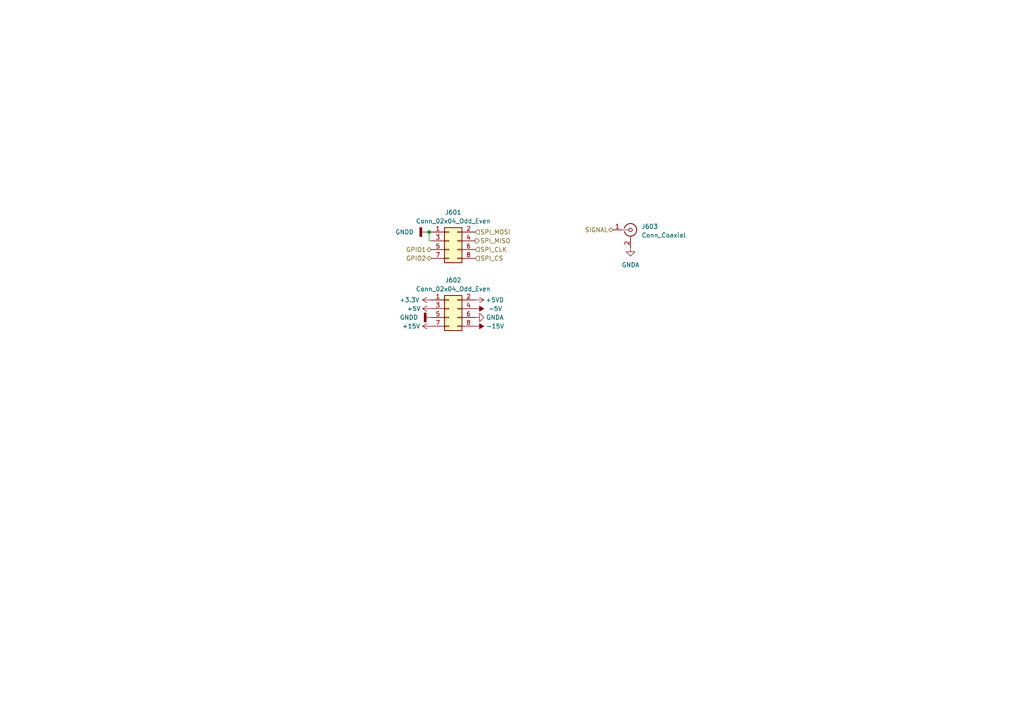
<source format=kicad_sch>
(kicad_sch (version 20230121) (generator eeschema)
  (paper "A4")
  (lib_symbols
    (symbol "Connector:Conn_Coaxial" (pin_names (offset 1.016) hide)
      (property "Reference" "J" (at 0.254 3.048 0))
      (property "Value" "Conn_Coaxial" (at 2.921 0 90))
      (symbol "Conn_Coaxial_0_1"
        (arc (start -1.778 -0.508) (mid 0.2311 -1.8066) (end 1.778 0) (stroke (width 0.254)))
        (polyline (pts (xy -2.54 0) (xy -0.508 0)))
        (polyline (pts (xy 0 -2.54) (xy 0 -1.778)))
        (circle (center 0 0) (radius 0.508) (stroke (width 0.2032)))
        (arc (start 1.778 0) (mid 0.2099 1.8101) (end -1.778 0.508) (stroke (width 0.254)))
      )
      (symbol "Conn_Coaxial_1_1"
        (pin passive line (at -5.08 0 0) (length 2.54) (name "In") (number "1"))
        (pin passive line (at 0 -5.08 90) (length 2.54) (name "Ext") (number "2"))
      )
    )
    (symbol "Connector_Generic:Conn_02x04_Odd_Even" (pin_names (offset 1.016) hide)
      (property "Reference" "J" (at 1.27 5.08 0))
      (property "Value" "Conn_02x04_Odd_Even" (at 1.27 -7.62 0))
      (symbol "Conn_02x04_Odd_Even_1_1"
        (rectangle (start -1.27 -4.953) (end 0 -5.207) (stroke (width 0.1524)))
        (rectangle (start -1.27 -2.413) (end 0 -2.667) (stroke (width 0.1524)))
        (rectangle (start -1.27 0.127) (end 0 -0.127) (stroke (width 0.1524)))
        (rectangle (start -1.27 2.667) (end 0 2.413) (stroke (width 0.1524)))
        (rectangle (start -1.27 3.81) (end 3.81 -6.35) (stroke (width 0.254)) (fill (type background)))
        (rectangle (start 3.81 -4.953) (end 2.54 -5.207) (stroke (width 0.1524)))
        (rectangle (start 3.81 -2.413) (end 2.54 -2.667) (stroke (width 0.1524)))
        (rectangle (start 3.81 0.127) (end 2.54 -0.127) (stroke (width 0.1524)))
        (rectangle (start 3.81 2.667) (end 2.54 2.413) (stroke (width 0.1524)))
        (pin passive line (at -5.08 2.54 0) (length 3.81) (name "Pin_1") (number "1"))
        (pin passive line (at 7.62 2.54 180) (length 3.81) (name "Pin_2") (number "2"))
        (pin passive line (at -5.08 0 0) (length 3.81) (name "Pin_3") (number "3"))
        (pin passive line (at 7.62 0 180) (length 3.81) (name "Pin_4") (number "4"))
        (pin passive line (at -5.08 -2.54 0) (length 3.81) (name "Pin_5") (number "5"))
        (pin passive line (at 7.62 -2.54 180) (length 3.81) (name "Pin_6") (number "6"))
        (pin passive line (at -5.08 -5.08 0) (length 3.81) (name "Pin_7") (number "7"))
        (pin passive line (at 7.62 -5.08 180) (length 3.81) (name "Pin_8") (number "8"))
      )
    )
    (symbol "power:+15V" (power) (pin_names (offset 0))
      (property "Value" "+15V" (at 0 3.556 0))
      (symbol "+15V_0_1"
        (polyline (pts (xy -0.762 1.27) (xy 0 2.54)))
        (polyline (pts (xy 0 0) (xy 0 2.54)))
        (polyline (pts (xy 0 2.54) (xy 0.762 1.27)))
      )
      (symbol "+15V_1_1"
        (pin power_in line (at 0 0 90) (length 0) hide (name "+15V") (number "1"))
      )
    )
    (symbol "power:+3.3V" (power) (pin_names (offset 0))
      (property "Value" "+3.3V" (at 0 3.556 0))
      (symbol "+3.3V_0_1"
        (polyline (pts (xy -0.762 1.27) (xy 0 2.54)))
        (polyline (pts (xy 0 0) (xy 0 2.54)))
        (polyline (pts (xy 0 2.54) (xy 0.762 1.27)))
      )
      (symbol "+3.3V_1_1"
        (pin power_in line (at 0 0 90) (length 0) hide (name "+3.3V") (number "1"))
      )
    )
    (symbol "power:+5V" (power) (pin_names (offset 0))
      (property "Value" "+5V" (at 0 3.556 0))
      (symbol "+5V_0_1"
        (polyline (pts (xy -0.762 1.27) (xy 0 2.54)))
        (polyline (pts (xy 0 0) (xy 0 2.54)))
        (polyline (pts (xy 0 2.54) (xy 0.762 1.27)))
      )
      (symbol "+5V_1_1"
        (pin power_in line (at 0 0 90) (length 0) hide (name "+5V") (number "1"))
      )
    )
    (symbol "power:+5VD" (power) (pin_names (offset 0))
      (property "Value" "+5VD" (at 0 3.556 0))
      (symbol "+5VD_0_1"
        (polyline (pts (xy -0.762 1.27) (xy 0 2.54)))
        (polyline (pts (xy 0 0) (xy 0 2.54)))
        (polyline (pts (xy 0 2.54) (xy 0.762 1.27)))
      )
      (symbol "+5VD_1_1"
        (pin power_in line (at 0 0 90) (length 0) hide (name "+5VD") (number "1"))
      )
    )
    (symbol "power:-15V" (power) (pin_names (offset 0))
      (property "Value" "-15V" (at 0 3.81 0))
      (symbol "-15V_0_0"
        (pin power_in line (at 0 0 90) (length 0) hide (name "-15V") (number "1"))
      )
      (symbol "-15V_0_1"
        (polyline (pts (xy 0 0) (xy 0 1.27) (xy 0.762 1.27) (xy 0 2.54) (xy -0.762 1.27) (xy 0 1.27)) (fill (type outline)))
      )
    )
    (symbol "power:-5V" (power) (pin_names (offset 0))
      (property "Value" "-5V" (at 0 3.81 0))
      (symbol "-5V_0_0"
        (pin power_in line (at 0 0 90) (length 0) hide (name "-5V") (number "1"))
      )
      (symbol "-5V_0_1"
        (polyline (pts (xy 0 0) (xy 0 1.27) (xy 0.762 1.27) (xy 0 2.54) (xy -0.762 1.27) (xy 0 1.27)) (fill (type outline)))
      )
    )
    (symbol "power:GNDA" (power) (pin_names (offset 0))
      (property "Value" "GNDA" (at 0 -3.81 0))
      (symbol "GNDA_0_1"
        (polyline (pts (xy 0 0) (xy 0 -1.27) (xy 1.27 -1.27) (xy 0 -2.54) (xy -1.27 -1.27) (xy 0 -1.27)))
      )
      (symbol "GNDA_1_1"
        (pin power_in line (at 0 0 270) (length 0) hide (name "GNDA") (number "1"))
      )
    )
    (symbol "power:GNDD" (power) (pin_names (offset 0))
      (property "Value" "GNDD" (at 0 -3.175 0))
      (symbol "GNDD_0_1"
        (rectangle (start -1.27 -1.524) (end 1.27 -2.032) (stroke (width 0.254)) (fill (type outline)))
        (polyline (pts (xy 0 0) (xy 0 -1.524)))
      )
      (symbol "GNDD_1_1"
        (pin power_in line (at 0 0 270) (length 0) hide (name "GNDD") (number "1"))
      )
    )
  )
  (junction (at 124.46 67.31))
  (wire (pts (xy 124.46 67.31) (xy 125.095 67.31)))
  (wire (pts (xy 124.46 69.85) (xy 125.095 69.85)))
  (wire (pts (xy 124.46 67.31) (xy 124.46 69.85)))
  (wire (pts (xy 123.825 67.31) (xy 124.46 67.31)))
  (hierarchical_label "SPI_MISO" (shape output) (at 137.795 69.85 0))
  (hierarchical_label "GPIO1" (shape bidirectional) (at 125.095 72.39 180))
  (hierarchical_label "SPI_CLK" (shape input) (at 137.795 72.39 0))
  (hierarchical_label "GPIO2" (shape bidirectional) (at 125.095 74.93 180))
  (hierarchical_label "SPI_CS" (shape input) (at 137.795 74.93 0))
  (hierarchical_label "SPI_MOSI" (shape input) (at 137.795 67.31 0))
  (hierarchical_label "SIGNAL" (shape bidirectional) (at 177.8 66.675 180))
  (symbol (lib_id "Connector_Generic:Conn_02x04_Odd_Even") (at 130.175 69.85 0) (unit 1)
    (property "Reference" "J601" (at 131.445 61.595 0))
    (property "Value" "Conn_02x04_Odd_Even" (at 131.445 64.135 0))
    (property "Footprint" "Connector_PinHeader_2.54mm:PinHeader_2x04_P2.54mm_Vertical" (effects hide))
  )
  (symbol (lib_id "power:GNDA") (at 137.795 92.075 90) (unit 1)
    (property "Reference" "#PWR0608" (effects hide))
    (property "Value" "GNDA" (at 140.97 92.075 90) (effects (justify right)))
  )
  (symbol (lib_id "power:GNDD") (at 123.825 67.31 270) (unit 1)
    (property "Reference" "#PWR0601" (effects hide))
    (property "Value" "GNDD" (at 120.015 67.31 90) (effects (justify right)))
  )
  (symbol (lib_id "Connector_Generic:Conn_02x04_Odd_Even") (at 130.175 89.535 0) (unit 1)
    (property "Reference" "J602" (at 131.445 81.28 0))
    (property "Value" "Conn_02x04_Odd_Even" (at 131.445 83.82 0))
    (property "Footprint" "Connector_PinHeader_2.54mm:PinHeader_2x04_P2.54mm_Vertical" (effects hide))
  )
  (symbol (lib_id "power:+3.3V") (at 125.095 86.995 90) (unit 1)
    (property "Reference" "#PWR0719" (effects hide))
    (property "Value" "+3.3V" (at 118.745 86.995 90))
    (instances (project "ETH1CFGEN1A" (path "" (reference "#PWR0719") (unit 1)) (path "" (reference "#PWR0602") (unit 1))))
  )
  (symbol (lib_id "power:+5V") (at 125.095 89.535 90) (unit 1)
    (property "Reference" "#PWR0731" (effects hide))
    (property "Value" "+5V" (at 120.015 89.535 90))
    (instances (project "ETH1CFGEN1A" (path "" (reference "#PWR0731") (unit 1)) (path "" (reference "#PWR0603") (unit 1))))
  )
  (symbol (lib_id "power:+15V") (at 125.095 94.615 90) (unit 1)
    (property "Reference" "#PWR0721" (effects hide))
    (property "Value" "+15V" (at 121.92 94.615 90) (effects (justify left)))
    (instances (project "ETH1CFGEN1A" (path "" (reference "#PWR0721") (unit 1)) (path "" (reference "#PWR0605") (unit 1))))
  )
  (symbol (lib_id "power:-5V") (at 137.795 89.535 270) (unit 1)
    (property "Reference" "#PWR0732" (effects hide))
    (property "Value" "-5V" (at 141.605 89.535 90) (effects (justify left)))
    (instances (project "ETH1CFGEN1A" (path "" (reference "#PWR0732") (unit 1)) (path "" (reference "#PWR0607") (unit 1))))
  )
  (symbol (lib_id "power:GNDD") (at 125.095 92.075 270) (unit 1)
    (property "Reference" "#PWR0604" (effects hide))
    (property "Value" "GNDD" (at 121.285 92.075 90) (effects (justify right)))
  )
  (symbol (lib_id "Connector:Conn_Coaxial") (at 182.88 66.675 0) (unit 1)
    (property "Reference" "J603" (at 186.055 65.6982 0) (effects (justify left)))
    (property "Value" "Conn_Coaxial" (at 186.055 68.2382 0) (effects (justify left)))
    (property "Footprint" "ETH1CFGEN1:NX5032GA" (effects hide))
    (property "Datasheet" " ~" (effects hide))
  )
  (symbol (lib_id "power:-15V") (at 137.795 94.615 270) (unit 1)
    (property "Reference" "#PWR0722" (effects hide))
    (property "Value" "-15V" (at 140.97 94.615 90) (effects (justify left)))
    (instances (project "ETH1CFGEN1A" (path "" (reference "#PWR0722") (unit 1)) (path "" (reference "#PWR0609") (unit 1))))
  )
  (symbol (lib_id "power:GNDA") (at 182.88 71.755 0) (unit 1)
    (property "Reference" "#PWR0610" (effects hide))
    (property "Value" "GNDA" (at 182.88 76.835 0))
  )
  (symbol (lib_id "power:+5VD") (at 137.795 86.995 270) (unit 1)
    (property "Reference" "#PWR0707" (effects hide))
    (property "Value" "+5VD" (at 143.51 86.995 90))
    (instances (project "ETH1CFGEN1A" (path "" (reference "#PWR0707") (unit 1)) (path "" (reference "#PWR0606") (unit 1))))
  )
)
</source>
